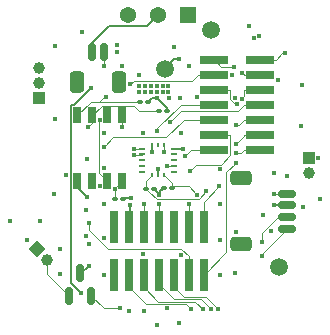
<source format=gbr>
%TF.GenerationSoftware,KiCad,Pcbnew,9.0.2*%
%TF.CreationDate,2025-11-14T19:25:59+05:30*%
%TF.ProjectId,Nade,4e616465-2e6b-4696-9361-645f70636258,rev?*%
%TF.SameCoordinates,Original*%
%TF.FileFunction,Copper,L4,Bot*%
%TF.FilePolarity,Positive*%
%FSLAX46Y46*%
G04 Gerber Fmt 4.6, Leading zero omitted, Abs format (unit mm)*
G04 Created by KiCad (PCBNEW 9.0.2) date 2025-11-14 19:25:59*
%MOMM*%
%LPD*%
G01*
G04 APERTURE LIST*
G04 Aperture macros list*
%AMRoundRect*
0 Rectangle with rounded corners*
0 $1 Rounding radius*
0 $2 $3 $4 $5 $6 $7 $8 $9 X,Y pos of 4 corners*
0 Add a 4 corners polygon primitive as box body*
4,1,4,$2,$3,$4,$5,$6,$7,$8,$9,$2,$3,0*
0 Add four circle primitives for the rounded corners*
1,1,$1+$1,$2,$3*
1,1,$1+$1,$4,$5*
1,1,$1+$1,$6,$7*
1,1,$1+$1,$8,$9*
0 Add four rect primitives between the rounded corners*
20,1,$1+$1,$2,$3,$4,$5,0*
20,1,$1+$1,$4,$5,$6,$7,0*
20,1,$1+$1,$6,$7,$8,$9,0*
20,1,$1+$1,$8,$9,$2,$3,0*%
%AMRotRect*
0 Rectangle, with rotation*
0 The origin of the aperture is its center*
0 $1 length*
0 $2 width*
0 $3 Rotation angle, in degrees counterclockwise*
0 Add horizontal line*
21,1,$1,$2,0,0,$3*%
G04 Aperture macros list end*
%TA.AperFunction,ComponentPad*%
%ADD10C,1.000000*%
%TD*%
%TA.AperFunction,ComponentPad*%
%ADD11R,1.000000X1.000000*%
%TD*%
%TA.AperFunction,SMDPad,CuDef*%
%ADD12C,1.500000*%
%TD*%
%TA.AperFunction,ComponentPad*%
%ADD13C,1.500000*%
%TD*%
%TA.AperFunction,ComponentPad*%
%ADD14R,1.371600X1.371600*%
%TD*%
%TA.AperFunction,ComponentPad*%
%ADD15C,1.371600*%
%TD*%
%TA.AperFunction,SMDPad,CuDef*%
%ADD16RoundRect,0.150000X0.150000X-0.587500X0.150000X0.587500X-0.150000X0.587500X-0.150000X-0.587500X0*%
%TD*%
%TA.AperFunction,SMDPad,CuDef*%
%ADD17RoundRect,0.150000X-0.150000X-0.625000X0.150000X-0.625000X0.150000X0.625000X-0.150000X0.625000X0*%
%TD*%
%TA.AperFunction,SMDPad,CuDef*%
%ADD18RoundRect,0.250000X-0.350000X-0.650000X0.350000X-0.650000X0.350000X0.650000X-0.350000X0.650000X0*%
%TD*%
%TA.AperFunction,SMDPad,CuDef*%
%ADD19R,2.400000X0.740000*%
%TD*%
%TA.AperFunction,SMDPad,CuDef*%
%ADD20RoundRect,0.100000X-0.130000X-0.100000X0.130000X-0.100000X0.130000X0.100000X-0.130000X0.100000X0*%
%TD*%
%TA.AperFunction,SMDPad,CuDef*%
%ADD21RoundRect,0.100000X0.130000X0.100000X-0.130000X0.100000X-0.130000X-0.100000X0.130000X-0.100000X0*%
%TD*%
%TA.AperFunction,SMDPad,CuDef*%
%ADD22RoundRect,0.150000X0.625000X-0.150000X0.625000X0.150000X-0.625000X0.150000X-0.625000X-0.150000X0*%
%TD*%
%TA.AperFunction,SMDPad,CuDef*%
%ADD23RoundRect,0.250000X0.650000X-0.350000X0.650000X0.350000X-0.650000X0.350000X-0.650000X-0.350000X0*%
%TD*%
%TA.AperFunction,SMDPad,CuDef*%
%ADD24R,0.650000X1.350000*%
%TD*%
%TA.AperFunction,ComponentPad*%
%ADD25RotRect,1.000000X1.000000X225.000000*%
%TD*%
%TA.AperFunction,SMDPad,CuDef*%
%ADD26R,0.482600X0.254000*%
%TD*%
%TA.AperFunction,SMDPad,CuDef*%
%ADD27R,0.254000X0.355600*%
%TD*%
%TA.AperFunction,SMDPad,CuDef*%
%ADD28R,0.740000X2.790000*%
%TD*%
%TA.AperFunction,ViaPad*%
%ADD29C,0.400000*%
%TD*%
%TA.AperFunction,Conductor*%
%ADD30C,0.100000*%
%TD*%
%TA.AperFunction,Conductor*%
%ADD31C,0.200000*%
%TD*%
G04 APERTURE END LIST*
D10*
%TO.P,Pyro,2,Pin_2*%
%TO.N,Net-(J6-Pin_2)*%
X142775000Y-101085000D03*
D11*
%TO.P,Pyro,1,Pin_1*%
%TO.N,GND*%
X142775000Y-99815000D03*
%TD*%
D12*
%TO.P,VDD,1,1*%
%TO.N,Net-(R10-Pad1)*%
X130575000Y-92225000D03*
%TD*%
%TO.P,TP1,1,1*%
%TO.N,Net-(SW2-A)*%
X134525000Y-88925000D03*
%TD*%
D13*
%TO.P,GND,1,1*%
%TO.N,GND*%
X140225000Y-109025000D03*
%TD*%
D14*
%TO.P,SW2,1,A*%
%TO.N,Net-(SW2-A)*%
X132544800Y-87719000D03*
D15*
%TO.P,SW2,2,B*%
%TO.N,Net-(J4-Pin_1)*%
X130004796Y-87718997D03*
%TO.P,SW2,3,C*%
%TO.N,unconnected-(SW2-C-Pad3)*%
X127464800Y-87719000D03*
%TD*%
D11*
%TO.P,J2,1,Pin_1*%
%TO.N,Net-(J2-Pin_1)*%
X119905000Y-94695000D03*
D10*
%TO.P,J2,2,Pin_2*%
%TO.N,Net-(J2-Pin_2)*%
X119905000Y-93424999D03*
%TO.P,J2,3,Pin_3*%
%TO.N,Net-(J2-Pin_3)*%
X119905001Y-92154997D03*
%TD*%
D16*
%TO.P,Q1,1,D*%
%TO.N,VDD*%
X123395000Y-109562500D03*
%TO.P,Q1,2,G*%
%TO.N,/PA10*%
X124344999Y-111437501D03*
%TO.P,Q1,3,S*%
%TO.N,Net-(J8-Pin_2)*%
X122445001Y-111437501D03*
%TD*%
D17*
%TO.P,J4,1,Pin_1*%
%TO.N,Net-(J4-Pin_1)*%
X124442603Y-90834797D03*
%TO.P,J4,2,Pin_2*%
%TO.N,GND*%
X125442598Y-90834793D03*
D18*
%TO.P,J4,MP*%
%TO.N,N/C*%
X123142600Y-93359799D03*
X126742599Y-93359800D03*
%TD*%
D19*
%TO.P,J3,1,Pin_1*%
%TO.N,Net-(J3-Pin_1)*%
X134770199Y-99080702D03*
%TO.P,J3,2,Pin_2*%
%TO.N,Net-(J3-Pin_2)*%
X138670202Y-99080700D03*
%TO.P,J3,3,Pin_3*%
%TO.N,Net-(J3-Pin_3)*%
X134770199Y-97810703D03*
%TO.P,J3,4,Pin_4*%
%TO.N,Net-(J3-Pin_4)*%
X138670203Y-97810700D03*
%TO.P,J3,5,Pin_5*%
%TO.N,Net-(J3-Pin_5)*%
X134770203Y-96540702D03*
%TO.P,J3,6,Pin_6*%
%TO.N,Net-(J3-Pin_6)*%
X138670202Y-96540700D03*
%TO.P,J3,7,Pin_7*%
%TO.N,Net-(J3-Pin_7)*%
X134770200Y-95270700D03*
%TO.P,J3,8,Pin_8*%
%TO.N,Net-(J3-Pin_8)*%
X138670200Y-95270700D03*
%TO.P,J3,9,Pin_9*%
%TO.N,Net-(J3-Pin_9)*%
X134770198Y-94000700D03*
%TO.P,J3,10,Pin_10*%
%TO.N,Net-(J3-Pin_10)*%
X138670197Y-94000698D03*
%TO.P,J3,11,Pin_11*%
%TO.N,Net-(J3-Pin_11)*%
X134770197Y-92730700D03*
%TO.P,J3,12,Pin_12*%
%TO.N,Net-(J3-Pin_12)*%
X138670201Y-92730697D03*
%TO.P,J3,13,Pin_13*%
%TO.N,Net-(J3-Pin_13)*%
X134770198Y-91460700D03*
%TO.P,J3,14,Pin_14*%
%TO.N,Net-(J3-Pin_14)*%
X138670201Y-91460698D03*
%TD*%
D20*
%TO.P,R13,1*%
%TO.N,/PA4*%
X128505000Y-95025000D03*
%TO.P,R13,2*%
%TO.N,VDD*%
X129145000Y-95025000D03*
%TD*%
%TO.P,R16,1*%
%TO.N,/PC0*%
X129016400Y-102375000D03*
%TO.P,R16,2*%
%TO.N,VDD*%
X129656400Y-102375000D03*
%TD*%
D21*
%TO.P,R17,1*%
%TO.N,/PC1*%
X131156400Y-102325000D03*
%TO.P,R17,2*%
%TO.N,VDD*%
X130516400Y-102325000D03*
%TD*%
D22*
%TO.P,J7,1,Pin_1*%
%TO.N,Net-(J7-Pin_1)*%
X140924997Y-105805001D03*
%TO.P,J7,2,Pin_2*%
%TO.N,Net-(J7-Pin_2)*%
X140925000Y-104805000D03*
%TO.P,J7,3,Pin_3*%
%TO.N,VDD*%
X140925000Y-103805000D03*
%TO.P,J7,4,Pin_4*%
%TO.N,GND*%
X140925000Y-102805000D03*
D23*
%TO.P,J7,MP*%
%TO.N,N/C*%
X137049999Y-107104999D03*
X137050002Y-101505002D03*
%TD*%
D24*
%TO.P,IC1,1,~{CS}*%
%TO.N,/PA4*%
X123185000Y-96175000D03*
%TO.P,IC1,2,SO*%
%TO.N,/PA6*%
X124455000Y-96175000D03*
%TO.P,IC1,3,~{WP}*%
%TO.N,unconnected-(IC1-~{WP}-Pad3)*%
X125725000Y-96175000D03*
%TO.P,IC1,4,VSS*%
%TO.N,GND*%
X126995000Y-96175000D03*
%TO.P,IC1,5,SI*%
%TO.N,/PA7*%
X126995000Y-101775000D03*
%TO.P,IC1,6,SCK*%
%TO.N,/PA1*%
X125725000Y-101775000D03*
%TO.P,IC1,7,NC*%
%TO.N,unconnected-(IC1-NC-Pad7)*%
X124455000Y-101775000D03*
%TO.P,IC1,8,VDD*%
%TO.N,VDD*%
X123185000Y-101775000D03*
%TD*%
D20*
%TO.P,R15,1*%
%TO.N,/PA7*%
X126405000Y-103225000D03*
%TO.P,R15,2*%
%TO.N,VDD*%
X127045000Y-103225000D03*
%TD*%
D25*
%TO.P,Buzz,1,Pin_1*%
%TO.N,GND*%
X119725000Y-107515000D03*
D10*
%TO.P,Buzz,2,Pin_2*%
%TO.N,Net-(J8-Pin_2)*%
X120623026Y-108413026D03*
%TD*%
D26*
%TO.P,U3,1,VDD_I/O*%
%TO.N,VDD*%
X131340100Y-98989599D03*
%TO.P,U3,2,NIC*%
%TO.N,unconnected-(U3-NIC-Pad2)*%
X131340100Y-99489601D03*
%TO.P,U3,3,RESERVED*%
%TO.N,unconnected-(U3-RESERVED-Pad3)*%
X131340100Y-99989600D03*
%TO.P,U3,4,SCLK*%
%TO.N,GND*%
X131340100Y-100489599D03*
%TO.P,U3,5,RESERVED*%
%TO.N,unconnected-(U3-RESERVED-Pad5)*%
X131340100Y-100989601D03*
D27*
%TO.P,U3,6,MOSI/SDA*%
%TO.N,/PC1*%
X130506599Y-101259600D03*
%TO.P,U3,7,MISO*%
%TO.N,VDD*%
X130006600Y-101259600D03*
%TO.P,U3,8,\u002ACS/SCL*%
%TO.N,/PC0*%
X129506601Y-101259600D03*
D26*
%TO.P,U3,9,INT2*%
%TO.N,unconnected-(U3-INT2-Pad9)*%
X128673100Y-100989601D03*
%TO.P,U3,10,RESERVED*%
%TO.N,unconnected-(U3-RESERVED-Pad10)*%
X128673100Y-100489599D03*
%TO.P,U3,11,INT1*%
%TO.N,unconnected-(U3-INT1-Pad11)*%
X128673100Y-99989600D03*
%TO.P,U3,12,GND*%
%TO.N,GND*%
X128673100Y-99489601D03*
%TO.P,U3,13,GND*%
X128673100Y-98989599D03*
D27*
%TO.P,U3,14,VS*%
%TO.N,VDD*%
X129506601Y-98719600D03*
%TO.P,U3,15,NIC*%
%TO.N,unconnected-(U3-NIC-Pad15)*%
X130006600Y-98719600D03*
%TO.P,U3,16,GND*%
%TO.N,GND*%
X130506599Y-98719600D03*
%TD*%
D20*
%TO.P,R14,1*%
%TO.N,/PA6*%
X130105000Y-95775000D03*
%TO.P,R14,2*%
%TO.N,VDD*%
X130745000Y-95775000D03*
%TD*%
D28*
%TO.P,J1,01,01*%
%TO.N,unconnected-(J1-Pad01)*%
X126275000Y-105620001D03*
%TO.P,J1,02,02*%
%TO.N,unconnected-(J1-Pad02)*%
X126274998Y-109690000D03*
%TO.P,J1,03,03*%
%TO.N,VDD*%
X127545002Y-105620002D03*
%TO.P,J1,04,04*%
%TO.N,/PA13*%
X127545001Y-109689998D03*
%TO.P,J1,05,05*%
%TO.N,GND*%
X128815002Y-105619998D03*
%TO.P,J1,06,06*%
%TO.N,/PA14*%
X128815002Y-109690002D03*
%TO.P,J1,07,07*%
%TO.N,GND*%
X130085000Y-105619998D03*
%TO.P,J1,08,08*%
%TO.N,/PB3*%
X130085000Y-109690002D03*
%TO.P,J1,09,09*%
%TO.N,unconnected-(J1-Pad09)*%
X131354998Y-105619998D03*
%TO.P,J1,10,10*%
%TO.N,/PA15*%
X131354998Y-109690002D03*
%TO.P,J1,11,11*%
%TO.N,GND*%
X132624999Y-105620002D03*
%TO.P,J1,12,12*%
%TO.N,RESET'*%
X132624998Y-109689998D03*
%TO.P,J1,13,13*%
%TO.N,/PA3*%
X133895002Y-105620000D03*
%TO.P,J1,14,14*%
%TO.N,/PA2*%
X133895000Y-109689999D03*
%TD*%
D29*
%TO.N,VDD*%
X142300000Y-103900000D03*
%TO.N,Net-(J7-Pin_2)*%
X138800000Y-106900000D03*
%TO.N,Net-(J7-Pin_1)*%
X138800000Y-108100000D03*
%TO.N,Net-(J3-Pin_6)*%
X124133900Y-107072100D03*
X136656900Y-106083500D03*
X136656900Y-96992300D03*
%TO.N,Net-(J3-Pin_3)*%
X132741800Y-100853000D03*
X123921700Y-104225900D03*
%TO.N,Net-(J3-Pin_11)*%
X127683100Y-93550200D03*
%TO.N,Net-(J3-Pin_8)*%
X130987500Y-96722400D03*
X128819400Y-112734600D03*
%TO.N,Net-(J3-Pin_7)*%
X129930500Y-97473700D03*
X127556900Y-112734600D03*
%TO.N,Net-(J3-Pin_5)*%
X125417800Y-98829700D03*
X123949500Y-106393400D03*
%TO.N,Net-(J3-Pin_13)*%
X136411400Y-92054600D03*
%TO.N,Net-(J3-Pin_4)*%
X121181600Y-102831300D03*
X136655300Y-98574500D03*
%TO.N,/PA10*%
X126800000Y-112500000D03*
%TO.N,/PA7*%
X126405000Y-102400000D03*
%TO.N,/PA13*%
X132800000Y-112600000D03*
%TO.N,/PA14*%
X133800000Y-112600000D03*
%TO.N,/PA15*%
X135100000Y-112550000D03*
%TO.N,/PB3*%
X134500000Y-112600000D03*
%TO.N,Net-(J3-Pin_12)*%
X128399700Y-92803800D03*
X137091000Y-92619500D03*
%TO.N,Net-(J3-Pin_2)*%
X125090000Y-102168700D03*
X136655300Y-99387000D03*
%TO.N,/PA2*%
X136600000Y-100200000D03*
%TO.N,Net-(J3-Pin_9)*%
X136660200Y-95259600D03*
X136500000Y-109500000D03*
%TO.N,Net-(J3-Pin_1)*%
X123973100Y-99913400D03*
X132287500Y-99624300D03*
%TO.N,Net-(J3-Pin_10)*%
X126968100Y-92000500D03*
X137121300Y-94759100D03*
%TO.N,Net-(J3-Pin_14)*%
X140975300Y-101325800D03*
X140766000Y-90935800D03*
%TO.N,/PA11*%
X123500000Y-111200000D03*
X124300000Y-93900000D03*
%TO.N,/PA3*%
X135200000Y-102200000D03*
%TO.N,/PA1*%
X125080000Y-96600000D03*
%TO.N,/PA4*%
X125600000Y-94600000D03*
%TO.N,/PC0*%
X134100000Y-102600000D03*
%TO.N,Net-(R10-Pad1)*%
X131800000Y-91400000D03*
%TO.N,Net-(SW2-A)*%
X134525000Y-88925000D03*
%TO.N,/PA6*%
X124100000Y-97200000D03*
%TO.N,/PC1*%
X133300000Y-102900000D03*
%TO.N,RESET'*%
X124200000Y-105300000D03*
%TO.N,VDD*%
X139875000Y-101075000D03*
X129900000Y-94200000D03*
X130100000Y-102900000D03*
X130900000Y-94200000D03*
X127600000Y-103800000D03*
X130400000Y-93700000D03*
X131800000Y-113800000D03*
X140200000Y-93200000D03*
X139800000Y-103800000D03*
X130900000Y-93700000D03*
X121300000Y-90300000D03*
X130400000Y-94200000D03*
X129900000Y-94700000D03*
X124000000Y-103100000D03*
X129500000Y-99300000D03*
X124191000Y-108898000D03*
X128400000Y-94200000D03*
X138600000Y-89500000D03*
X128900000Y-94200000D03*
X129900000Y-113900000D03*
X129400000Y-93700000D03*
X130000000Y-100700000D03*
X132100000Y-99000000D03*
X138900000Y-104600000D03*
X128900000Y-93700000D03*
X129900000Y-93700000D03*
X128400000Y-93700000D03*
X121700000Y-109600000D03*
X127700000Y-103200000D03*
X129400000Y-94200000D03*
%TO.N,GND*%
X130901000Y-94699500D03*
X117500000Y-105100000D03*
X143600000Y-99800000D03*
X135300000Y-103700000D03*
X125400000Y-97700000D03*
X125400000Y-106600000D03*
X126500000Y-90200000D03*
X127000000Y-97200000D03*
X121300000Y-96500000D03*
X128000000Y-99500000D03*
X135300000Y-100700000D03*
X135300000Y-109700000D03*
X120000000Y-105100000D03*
X130800000Y-100500000D03*
X125400000Y-103700000D03*
X130800000Y-112500000D03*
X131900000Y-94700000D03*
X125400000Y-92000000D03*
X133300000Y-94600000D03*
X135300000Y-106700000D03*
X139800000Y-102800000D03*
X142200000Y-93600000D03*
X142100000Y-97100000D03*
X138100000Y-89600000D03*
X137700000Y-88600000D03*
X121714000Y-107520000D03*
X128000000Y-99000000D03*
X132000000Y-97700000D03*
X128700000Y-97700000D03*
X132000000Y-108000000D03*
X136300000Y-92800000D03*
X139600000Y-106000000D03*
X125400000Y-100600000D03*
X125400000Y-109700000D03*
X131400000Y-90400000D03*
X122200000Y-101200000D03*
X123587000Y-89140700D03*
X130097000Y-103719000D03*
X126500000Y-90800000D03*
X130500000Y-99300000D03*
X132600000Y-92000000D03*
X132600000Y-103700000D03*
X128764900Y-107950000D03*
X118900000Y-106700000D03*
X136500000Y-94700000D03*
X128800000Y-103700000D03*
X143700000Y-103300000D03*
%TD*%
D30*
%TO.N,RESET'*%
X132624998Y-108128609D02*
X132624998Y-109689998D01*
X125804000Y-107500000D02*
X131996389Y-107500000D01*
X131996389Y-107500000D02*
X132624998Y-108128609D01*
X124200000Y-105896000D02*
X124200000Y-105300000D01*
X125804000Y-107500000D02*
X124200000Y-105896000D01*
D31*
%TO.N,Net-(J7-Pin_2)*%
X140420000Y-104600000D02*
X140425000Y-104605000D01*
D30*
X140425000Y-104692500D02*
X140425000Y-104605000D01*
X140537500Y-104805000D02*
X140425000Y-104692500D01*
X140925000Y-104805000D02*
X140537500Y-104805000D01*
X138800000Y-106155000D02*
X138800000Y-106900000D01*
X140150000Y-104805000D02*
X138800000Y-106155000D01*
X140537500Y-104805000D02*
X140150000Y-104805000D01*
%TO.N,Net-(J7-Pin_1)*%
X138800000Y-107930000D02*
X138800000Y-108100000D01*
X140925000Y-105805000D02*
X138800000Y-107930000D01*
%TO.N,Net-(J3-Pin_6)*%
X136866900Y-96992300D02*
X137318500Y-96540700D01*
X136656900Y-96992300D02*
X136866900Y-96992300D01*
X138670200Y-96540700D02*
X137318500Y-96540700D01*
%TO.N,Net-(J3-Pin_3)*%
X133250800Y-100344000D02*
X132741800Y-100853000D01*
X135350200Y-100344000D02*
X133250800Y-100344000D01*
X136121900Y-99572300D02*
X135350200Y-100344000D01*
X136121900Y-97810700D02*
X136121900Y-99572300D01*
X134770200Y-97810700D02*
X136121900Y-97810700D01*
%TO.N,Net-(J3-Pin_11)*%
X134770200Y-92730700D02*
X133418500Y-92730700D01*
X132896800Y-93252400D02*
X133418500Y-92730700D01*
X127980900Y-93252400D02*
X132896800Y-93252400D01*
X127683100Y-93550200D02*
X127980900Y-93252400D01*
%TO.N,Net-(J3-Pin_8)*%
X131917500Y-95792400D02*
X130987500Y-96722400D01*
X136796800Y-95792400D02*
X131917500Y-95792400D01*
X137318500Y-95270700D02*
X136796800Y-95792400D01*
X138670200Y-95270700D02*
X137318500Y-95270700D01*
%TO.N,Net-(J3-Pin_7)*%
X129930500Y-97258400D02*
X129930500Y-97473700D01*
X131918200Y-95270700D02*
X129930500Y-97258400D01*
X134770200Y-95270700D02*
X131918200Y-95270700D01*
%TO.N,Net-(J3-Pin_5)*%
X126195800Y-98051700D02*
X125417800Y-98829700D01*
X130664300Y-98051700D02*
X126195800Y-98051700D01*
X132175300Y-96540700D02*
X130664300Y-98051700D01*
X134770200Y-96540700D02*
X132175300Y-96540700D01*
%TO.N,Net-(J3-Pin_13)*%
X134770200Y-91465200D02*
X134770200Y-91460700D01*
X134770000Y-91465400D02*
X134770200Y-91465200D01*
X134770000Y-91460700D02*
X134770000Y-91465400D01*
X134770000Y-91470200D02*
X134800000Y-91500000D01*
X134770000Y-91465400D02*
X134770000Y-91470200D01*
X135354600Y-92054600D02*
X136411400Y-92054600D01*
X134800000Y-91500000D02*
X135354600Y-92054600D01*
%TO.N,Net-(J3-Pin_4)*%
X138670200Y-97810700D02*
X137318500Y-97810700D01*
X137318500Y-97911300D02*
X136655300Y-98574500D01*
X137318500Y-97810700D02*
X137318500Y-97911300D01*
%TO.N,/PA10*%
X125407000Y-112500000D02*
X126800000Y-112500000D01*
X124345000Y-111438000D02*
X125407000Y-112500000D01*
X124345000Y-111438000D02*
X124345000Y-111437500D01*
%TO.N,Net-(J8-Pin_2)*%
X121651500Y-110644000D02*
X122445000Y-111437500D01*
X121651000Y-110644000D02*
X121651500Y-110644000D01*
X122445000Y-111438000D02*
X121651000Y-110644000D01*
X120623000Y-109616000D02*
X120623000Y-108413000D01*
X121651000Y-110644000D02*
X120623000Y-109616000D01*
%TO.N,/PA7*%
X126405000Y-103225000D02*
X126405000Y-102400000D01*
X126405000Y-102365000D02*
X126995000Y-101775000D01*
X126405000Y-102400000D02*
X126405000Y-102365000D01*
%TO.N,/PA13*%
X132349000Y-112149000D02*
X132800000Y-112600000D01*
X128979000Y-112149000D02*
X132349000Y-112149000D01*
X127545000Y-110715000D02*
X128979000Y-112149000D01*
X127545000Y-109690000D02*
X127545000Y-110715000D01*
%TO.N,/PA14*%
X133148000Y-111948000D02*
X133800000Y-112600000D01*
X130048000Y-111948000D02*
X133148000Y-111948000D01*
X128815000Y-110715000D02*
X130048000Y-111948000D01*
X128815000Y-109690000D02*
X128815000Y-110715000D01*
%TO.N,/PA15*%
X134096000Y-111546000D02*
X135100000Y-112550000D01*
X132186000Y-111546000D02*
X134096000Y-111546000D01*
X131355000Y-110715000D02*
X132186000Y-111546000D01*
X131355000Y-109690000D02*
X131355000Y-110715000D01*
%TO.N,/PB3*%
X130085000Y-110487000D02*
X130085000Y-109690000D01*
X131345000Y-111747000D02*
X130085000Y-110487000D01*
X133647000Y-111747000D02*
X131345000Y-111747000D01*
X134500000Y-112600000D02*
X133647000Y-111747000D01*
%TO.N,Net-(J3-Pin_12)*%
X137207300Y-92619500D02*
X137318500Y-92730700D01*
X137091000Y-92619500D02*
X137207300Y-92619500D01*
X138670200Y-92730700D02*
X137318500Y-92730700D01*
%TO.N,Net-(J3-Pin_2)*%
X138670200Y-99080700D02*
X137318500Y-99080700D01*
X137012200Y-99387000D02*
X136655300Y-99387000D01*
X137318500Y-99080700D02*
X137012200Y-99387000D01*
%TO.N,/PA2*%
X135800000Y-101000000D02*
X136600000Y-100200000D01*
X135800000Y-107785000D02*
X135800000Y-101000000D01*
X133895000Y-109690000D02*
X135800000Y-107785000D01*
%TO.N,Net-(J3-Pin_9)*%
X136544000Y-95259600D02*
X136660200Y-95259600D01*
X136121900Y-94837500D02*
X136544000Y-95259600D01*
X136121900Y-94000700D02*
X136121900Y-94837500D01*
X134770200Y-94000700D02*
X136121900Y-94000700D01*
%TO.N,Net-(J3-Pin_1)*%
X132831100Y-99080700D02*
X134770200Y-99080700D01*
X132287500Y-99624300D02*
X132831100Y-99080700D01*
%TO.N,Net-(J3-Pin_10)*%
X137318500Y-94561900D02*
X137318500Y-94000700D01*
X137121300Y-94759100D02*
X137318500Y-94561900D01*
X138670200Y-94000700D02*
X137318500Y-94000700D01*
%TO.N,Net-(J3-Pin_14)*%
X140546800Y-90935800D02*
X140021900Y-91460700D01*
X140766000Y-90935800D02*
X140546800Y-90935800D01*
X138670200Y-91460700D02*
X140021900Y-91460700D01*
D31*
%TO.N,/PA11*%
X122659000Y-110359000D02*
X123500000Y-111200000D01*
X122659000Y-95299000D02*
X122659000Y-110359000D01*
X122901000Y-95299000D02*
X122659000Y-95299000D01*
X124300000Y-93900000D02*
X122901000Y-95299000D01*
D30*
%TO.N,/PA3*%
X133895000Y-103505000D02*
X135200000Y-102200000D01*
X133895000Y-105620000D02*
X133895000Y-103505000D01*
%TO.N,/PA1*%
X125000000Y-101050000D02*
X125725000Y-101775000D01*
X125000000Y-96680000D02*
X125000000Y-101050000D01*
X125080000Y-96600000D02*
X125000000Y-96680000D01*
%TO.N,/PA4*%
X128505000Y-95025000D02*
X125000000Y-95025000D01*
X125425000Y-94600000D02*
X125000000Y-95025000D01*
X125600000Y-94600000D02*
X125425000Y-94600000D01*
X124335000Y-95025000D02*
X123185000Y-96175000D01*
X125000000Y-95025000D02*
X124335000Y-95025000D01*
%TO.N,/PC0*%
X129506600Y-101259600D02*
X129507000Y-101260000D01*
X129016400Y-102375400D02*
X129016400Y-102375000D01*
X129196000Y-102555000D02*
X129016400Y-102375400D01*
X129016000Y-102375000D02*
X129196000Y-102555000D01*
X129016000Y-101750000D02*
X129016000Y-102375000D01*
X129507000Y-101260000D02*
X129016000Y-101750000D01*
X133449000Y-103251000D02*
X134100000Y-102600000D01*
X129892000Y-103251000D02*
X133449000Y-103251000D01*
X129196000Y-102555000D02*
X129892000Y-103251000D01*
D31*
%TO.N,Net-(R10-Pad1)*%
X131400000Y-91400000D02*
X130575000Y-92225000D01*
X131800000Y-91400000D02*
X131400000Y-91400000D01*
%TO.N,Net-(J4-Pin_1)*%
X130004800Y-87719000D02*
X130004900Y-87719100D01*
X130004900Y-87719100D02*
X130005000Y-87719000D01*
X124442600Y-90447700D02*
X124442600Y-90834800D01*
X124443000Y-90447300D02*
X124442600Y-90447700D01*
X124443000Y-90834800D02*
X124443000Y-90447300D01*
X129118000Y-88605800D02*
X130004900Y-87719100D01*
X125897000Y-88605800D02*
X129118000Y-88605800D01*
X124443000Y-90059800D02*
X125897000Y-88605800D01*
X124443000Y-90447300D02*
X124443000Y-90059800D01*
D30*
%TO.N,/PA6*%
X124455000Y-96845000D02*
X124455000Y-96175000D01*
X124100000Y-97200000D02*
X124455000Y-96845000D01*
X125281000Y-95349000D02*
X124455000Y-96175000D01*
X127979000Y-95349000D02*
X125281000Y-95349000D01*
X128405000Y-95775000D02*
X127979000Y-95349000D01*
X130105000Y-95775000D02*
X128405000Y-95775000D01*
%TO.N,/PC1*%
X131156400Y-102325000D02*
X131156200Y-102324800D01*
X131281000Y-102200000D02*
X131156200Y-102324800D01*
X132600000Y-102200000D02*
X131281000Y-102200000D01*
X133300000Y-102900000D02*
X132600000Y-102200000D01*
X131156000Y-101909000D02*
X130507000Y-101260000D01*
X131156000Y-102325000D02*
X131156000Y-101909000D01*
X131156200Y-102324800D02*
X131156000Y-102325000D01*
X130506600Y-101259600D02*
X130507000Y-101260000D01*
D31*
%TO.N,VDD*%
X123185000Y-102285000D02*
X123185000Y-101775000D01*
X124000000Y-103100000D02*
X123185000Y-102285000D01*
X127070000Y-103200000D02*
X127045000Y-103225000D01*
X127700000Y-103200000D02*
X127070000Y-103200000D01*
X130745000Y-95545000D02*
X130745000Y-95775000D01*
X129900000Y-94700000D02*
X130745000Y-95545000D01*
X139800000Y-103800000D02*
X140920000Y-103800000D01*
X127600000Y-105565000D02*
X127545000Y-105620000D01*
X127600000Y-103800000D02*
X127600000Y-105565000D01*
X129470000Y-94700000D02*
X129145000Y-95025000D01*
X129900000Y-94700000D02*
X129470000Y-94700000D01*
X130308400Y-102533000D02*
X130516400Y-102325000D01*
X130308000Y-102533000D02*
X130308400Y-102533000D01*
X130308000Y-102533000D02*
X130516000Y-102325000D01*
X123395500Y-109562000D02*
X123395000Y-109562500D01*
X123460500Y-109562000D02*
X123395500Y-109562000D01*
X123395000Y-109562000D02*
X123460500Y-109562000D01*
X123526000Y-109562000D02*
X124191000Y-108898000D01*
X123460500Y-109562000D02*
X123526000Y-109562000D01*
X129656400Y-102375400D02*
X129656400Y-102375000D01*
X129878000Y-102597000D02*
X129656400Y-102375400D01*
X129878000Y-102597000D02*
X129656000Y-102375000D01*
X140920000Y-103800000D02*
X140925000Y-103805000D01*
X129506600Y-98719800D02*
X129506600Y-98719600D01*
X129503500Y-98722900D02*
X129506600Y-98719800D01*
X129500000Y-98726200D02*
X129503500Y-98722900D01*
X129500000Y-99300000D02*
X129500000Y-98726200D01*
X129503500Y-98722900D02*
X129507000Y-98719600D01*
X131345300Y-98994800D02*
X131340100Y-98989600D01*
X131345500Y-98994800D02*
X131345300Y-98994800D01*
X131351000Y-99000000D02*
X131345500Y-98994800D01*
X132100000Y-99000000D02*
X131351000Y-99000000D01*
X131345500Y-98994800D02*
X131340000Y-98989600D01*
X130100000Y-102900000D02*
X130100000Y-102819000D01*
X130100000Y-102741000D02*
X130308000Y-102533000D01*
X130100000Y-102819000D02*
X130100000Y-102741000D01*
X130100000Y-102900000D02*
X130100000Y-102819000D01*
X130100000Y-102819000D02*
X129878000Y-102597000D01*
X130000000Y-101253000D02*
X130006600Y-101259600D01*
X130000000Y-100700000D02*
X130000000Y-101253000D01*
X130006600Y-101259600D02*
X130007000Y-101260000D01*
D30*
%TO.N,GND*%
X130085000Y-103730000D02*
X130085000Y-105620000D01*
X130097000Y-103719000D02*
X130085000Y-103730000D01*
X132625000Y-103725000D02*
X132625000Y-105620000D01*
X132600000Y-103700000D02*
X132625000Y-103725000D01*
X128815000Y-103715000D02*
X128815000Y-105620000D01*
X128800000Y-103700000D02*
X128815000Y-103715000D01*
X139805000Y-102805000D02*
X140925000Y-102805000D01*
X126995000Y-97095000D02*
X126995000Y-96175000D01*
X127000000Y-97100000D02*
X126995000Y-97095000D01*
X127000000Y-97200000D02*
X127000000Y-97100000D01*
X139800000Y-102800000D02*
X139805000Y-102805000D01*
X128673100Y-98989700D02*
X128673100Y-98989600D01*
X128668000Y-98994800D02*
X128673100Y-98989700D01*
X128663000Y-99000000D02*
X128668000Y-98994800D01*
X128000000Y-99000000D02*
X128663000Y-99000000D01*
X128668000Y-98994800D02*
X128673000Y-98989600D01*
X125442600Y-91345700D02*
X125442600Y-90834800D01*
X125443000Y-91346100D02*
X125442600Y-91345700D01*
X125443000Y-91857400D02*
X125443000Y-91346100D01*
X125400000Y-91900000D02*
X125443000Y-91857400D01*
X125400000Y-92000000D02*
X125400000Y-91900000D01*
X125443000Y-91346100D02*
X125443000Y-90834800D01*
X128673100Y-99489700D02*
X128673100Y-99489600D01*
X128668000Y-99494800D02*
X128673100Y-99489700D01*
X128663000Y-99500000D02*
X128668000Y-99494800D01*
X128000000Y-99500000D02*
X128663000Y-99500000D01*
X128668000Y-99494800D02*
X128673000Y-99489600D01*
X131330000Y-100500000D02*
X131340000Y-100490000D01*
X130800000Y-100500000D02*
X131330000Y-100500000D01*
X131340100Y-100489900D02*
X131340100Y-100489600D01*
X131340000Y-100490000D02*
X131340100Y-100489900D01*
X130506600Y-98719800D02*
X130506600Y-98719600D01*
X130503500Y-98722900D02*
X130506600Y-98719800D01*
X130500000Y-98726200D02*
X130503500Y-98722900D01*
X130500000Y-99300000D02*
X130500000Y-98726200D01*
X130503500Y-98722900D02*
X130507000Y-98719600D01*
%TD*%
M02*

</source>
